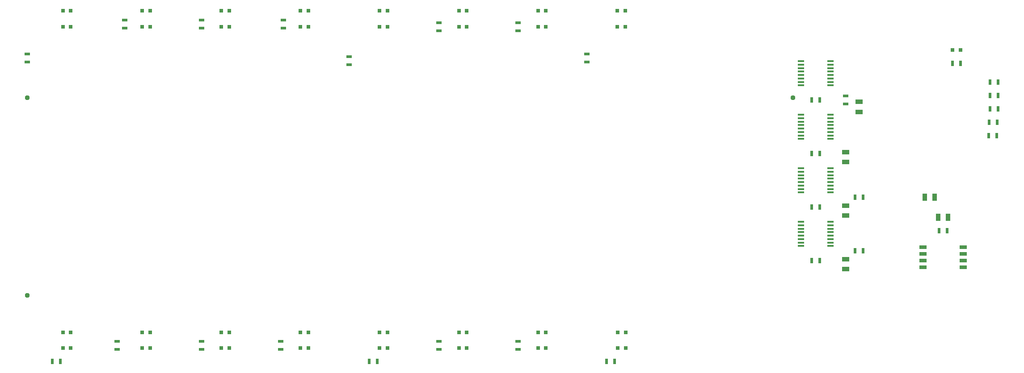
<source format=gtp>
G04 #@! TF.GenerationSoftware,KiCad,Pcbnew,(2018-02-14 revision 6afdf1cf8)-makepkg*
G04 #@! TF.CreationDate,2018-02-15T17:49:41+13:00*
G04 #@! TF.ProjectId,patch-shield-digital,70617463682D736869656C642D646967,rev?*
G04 #@! TF.SameCoordinates,Original*
G04 #@! TF.FileFunction,Paste,Top*
G04 #@! TF.FilePolarity,Positive*
%FSLAX46Y46*%
G04 Gerber Fmt 4.6, Leading zero omitted, Abs format (unit mm)*
G04 Created by KiCad (PCBNEW (2018-02-14 revision 6afdf1cf8)-makepkg) date 02/15/18 17:49:41*
%MOMM*%
%LPD*%
G01*
G04 APERTURE LIST*
%ADD10R,0.584200X1.092200*%
%ADD11R,1.092200X0.584200*%
%ADD12R,1.450340X0.650240*%
%ADD13R,0.838200X1.346200*%
%ADD14R,1.346200X0.838200*%
%ADD15R,0.746760X0.746760*%
%ADD16R,1.219200X0.330200*%
%ADD17C,0.949960*%
G04 APERTURE END LIST*
D10*
X205867000Y-96520000D03*
X204343000Y-96520000D03*
X205867000Y-86360000D03*
X204343000Y-86360000D03*
D11*
X202565000Y-68707000D03*
X202565000Y-67183000D03*
D10*
X229616000Y-74676000D03*
X231140000Y-74676000D03*
X229870000Y-69596000D03*
X231394000Y-69596000D03*
X229743000Y-72136000D03*
X231267000Y-72136000D03*
X229870000Y-67056000D03*
X231394000Y-67056000D03*
X229870000Y-64516000D03*
X231394000Y-64516000D03*
D12*
X217170000Y-95885000D03*
X217170000Y-97155000D03*
X217170000Y-98425000D03*
X217170000Y-99695000D03*
X224790000Y-99695000D03*
X224790000Y-98425000D03*
X224790000Y-97155000D03*
X224790000Y-95885000D03*
D13*
X220027500Y-90170000D03*
X221932500Y-90170000D03*
X217487500Y-86360000D03*
X219392500Y-86360000D03*
D10*
X220218000Y-92710000D03*
X221742000Y-92710000D03*
D14*
X202565000Y-77787500D03*
X202565000Y-79692500D03*
D10*
X197612000Y-78105000D03*
X196088000Y-78105000D03*
X197612000Y-67945000D03*
X196088000Y-67945000D03*
D14*
X205105000Y-68262500D03*
X205105000Y-70167500D03*
X202565000Y-87947500D03*
X202565000Y-89852500D03*
D10*
X197612000Y-88265000D03*
X196088000Y-88265000D03*
X197612000Y-98425000D03*
X196088000Y-98425000D03*
D14*
X202565000Y-98107500D03*
X202565000Y-100012500D03*
D10*
X222758000Y-60960000D03*
X224282000Y-60960000D03*
D15*
X224269300Y-58420000D03*
X222770700Y-58420000D03*
D16*
X194050920Y-70749160D03*
X194050920Y-71399400D03*
X194050920Y-72049640D03*
X194050920Y-72699880D03*
X194050920Y-73350120D03*
X194050920Y-74000360D03*
X194050920Y-74650600D03*
X194050920Y-75300840D03*
X199649080Y-75300840D03*
X199649080Y-74650600D03*
X199649080Y-74000360D03*
X199649080Y-73350120D03*
X199649080Y-72699880D03*
X199649080Y-72049640D03*
X199649080Y-71399400D03*
X199649080Y-70749160D03*
X194050920Y-60589160D03*
X194050920Y-61239400D03*
X194050920Y-61889640D03*
X194050920Y-62539880D03*
X194050920Y-63190120D03*
X194050920Y-63840360D03*
X194050920Y-64490600D03*
X194050920Y-65140840D03*
X199649080Y-65140840D03*
X199649080Y-64490600D03*
X199649080Y-63840360D03*
X199649080Y-63190120D03*
X199649080Y-62539880D03*
X199649080Y-61889640D03*
X199649080Y-61239400D03*
X199649080Y-60589160D03*
X194050920Y-80909160D03*
X194050920Y-81559400D03*
X194050920Y-82209640D03*
X194050920Y-82859880D03*
X194050920Y-83510120D03*
X194050920Y-84160360D03*
X194050920Y-84810600D03*
X194050920Y-85460840D03*
X199649080Y-85460840D03*
X199649080Y-84810600D03*
X199649080Y-84160360D03*
X199649080Y-83510120D03*
X199649080Y-82859880D03*
X199649080Y-82209640D03*
X199649080Y-81559400D03*
X199649080Y-80909160D03*
X194050920Y-91069160D03*
X194050920Y-91719400D03*
X194050920Y-92369640D03*
X194050920Y-93019880D03*
X194050920Y-93670120D03*
X194050920Y-94320360D03*
X194050920Y-94970600D03*
X194050920Y-95620840D03*
X199649080Y-95620840D03*
X199649080Y-94970600D03*
X199649080Y-94320360D03*
X199649080Y-93670120D03*
X199649080Y-93019880D03*
X199649080Y-92369640D03*
X199649080Y-91719400D03*
X199649080Y-91069160D03*
D15*
X115750340Y-54000400D03*
X114251740Y-54000400D03*
X115750340Y-51000660D03*
X114251740Y-51000660D03*
D11*
X108501180Y-61262260D03*
X108501180Y-59738260D03*
X125498860Y-54762400D03*
X125498860Y-53238400D03*
D15*
X130749040Y-51000660D03*
X129250440Y-51000660D03*
X130749040Y-54000400D03*
X129250440Y-54000400D03*
X160748980Y-54000400D03*
X159250380Y-54000400D03*
X160748980Y-51000660D03*
X159250380Y-51000660D03*
D11*
X153499820Y-60761880D03*
X153499820Y-59237880D03*
X140500100Y-54762400D03*
X140500100Y-53238400D03*
D15*
X145750280Y-51000660D03*
X144251680Y-51000660D03*
X145750280Y-54000400D03*
X144251680Y-54000400D03*
X85750400Y-54000400D03*
X84251800Y-54000400D03*
X85750400Y-51000660D03*
X84251800Y-51000660D03*
D11*
X80500220Y-54262020D03*
X80500220Y-52738020D03*
X95999300Y-54262020D03*
X95999300Y-52738020D03*
D15*
X100749100Y-51000660D03*
X99250500Y-51000660D03*
X100749100Y-54000400D03*
X99250500Y-54000400D03*
X70749160Y-54000400D03*
X69250560Y-54000400D03*
X70749160Y-51000660D03*
X69250560Y-51000660D03*
D11*
X65999360Y-54262020D03*
X65999360Y-52738020D03*
X47500540Y-60761880D03*
X47500540Y-59237880D03*
D15*
X55750460Y-51000660D03*
X54251860Y-51000660D03*
X55750460Y-54000400D03*
X54251860Y-54000400D03*
X55750460Y-111998760D03*
X54251860Y-111998760D03*
X55750460Y-115001040D03*
X54251860Y-115001040D03*
D10*
X52237640Y-117500400D03*
X53761640Y-117500400D03*
D11*
X64500760Y-115262660D03*
X64500760Y-113738660D03*
D15*
X70749160Y-115001040D03*
X69250560Y-115001040D03*
X70749160Y-111998760D03*
X69250560Y-111998760D03*
X100749100Y-111998760D03*
X99250500Y-111998760D03*
X100749100Y-115001040D03*
X99250500Y-115001040D03*
D11*
X95498920Y-115262660D03*
X95498920Y-113738660D03*
X80500220Y-115262660D03*
X80500220Y-113738660D03*
D15*
X85750400Y-115001040D03*
X84251800Y-115001040D03*
X85750400Y-111998760D03*
X84251800Y-111998760D03*
X145750280Y-111998760D03*
X144251680Y-111998760D03*
X145750280Y-115001040D03*
X144251680Y-115001040D03*
D11*
X140500100Y-115262660D03*
X140500100Y-113738660D03*
D10*
X157238700Y-117500400D03*
X158762700Y-117500400D03*
D15*
X160848040Y-114998500D03*
X159349440Y-114998500D03*
X160848040Y-111998760D03*
X159349440Y-111998760D03*
X130749040Y-111998760D03*
X129250440Y-111998760D03*
X130749040Y-115001040D03*
X129250440Y-115001040D03*
D11*
X125498860Y-115262660D03*
X125498860Y-113738660D03*
D10*
X112237520Y-117500400D03*
X113761520Y-117500400D03*
D15*
X115750340Y-115001040D03*
X114251740Y-115001040D03*
X115750340Y-111998760D03*
X114251740Y-111998760D03*
D17*
X47500540Y-105001060D03*
X47500540Y-67500500D03*
X192498980Y-67500500D03*
M02*

</source>
